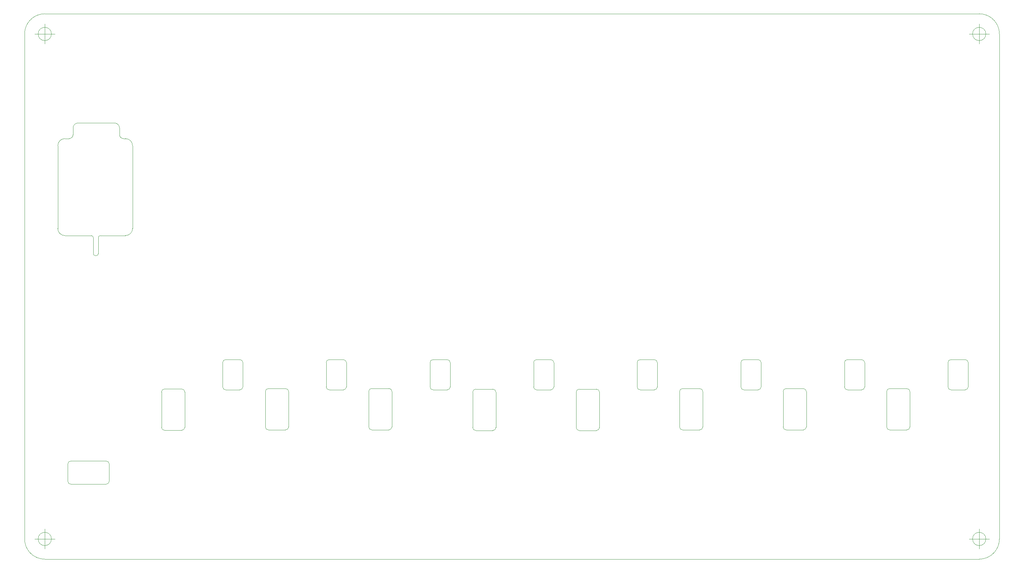
<source format=gbr>
%TF.GenerationSoftware,KiCad,Pcbnew,7.0.9-7.0.9~ubuntu23.04.1*%
%TF.CreationDate,2023-11-23T11:23:06-03:00*%
%TF.ProjectId,projeto_luz_prefeitura_02,70726f6a-6574-46f5-9f6c-757a5f707265,rev?*%
%TF.SameCoordinates,Original*%
%TF.FileFunction,Profile,NP*%
%FSLAX46Y46*%
G04 Gerber Fmt 4.6, Leading zero omitted, Abs format (unit mm)*
G04 Created by KiCad (PCBNEW 7.0.9-7.0.9~ubuntu23.04.1) date 2023-11-23 11:23:06*
%MOMM*%
%LPD*%
G01*
G04 APERTURE LIST*
%TA.AperFunction,Profile*%
%ADD10C,0.100000*%
%TD*%
%TA.AperFunction,Profile*%
%ADD11C,0.120000*%
%TD*%
G04 APERTURE END LIST*
D10*
X201479898Y-120711502D02*
X201479898Y-114615502D01*
X71177898Y-120711502D02*
G75*
G03*
X71939898Y-121473502I762002J2D01*
G01*
X39410000Y-87714500D02*
X39156000Y-87714500D01*
X124076000Y-113853502D02*
X127632000Y-113853502D01*
X97966600Y-113853500D02*
G75*
G03*
X97204600Y-114615502I0J-762000D01*
G01*
X179702000Y-121473502D02*
X176146000Y-121473502D01*
X21372102Y-158967898D02*
G75*
G03*
X26452102Y-164047898I5079998J-2D01*
G01*
X101522600Y-121473500D02*
G75*
G03*
X102284600Y-120711502I0J762000D01*
G01*
X258629898Y-114615502D02*
G75*
G03*
X257867898Y-113853502I-761998J2D01*
G01*
X38648000Y-87206500D02*
X38648000Y-83178602D01*
X261402102Y-26887898D02*
X26452102Y-26887898D01*
X257867898Y-121473502D02*
X254311898Y-121473502D01*
X175384000Y-120711502D02*
X175384000Y-114615502D01*
X102284598Y-114615502D02*
G75*
G03*
X101522600Y-113853502I-761998J2D01*
G01*
X258629898Y-114615502D02*
X258629898Y-120711502D01*
X149348998Y-120711502D02*
G75*
G03*
X150111000Y-121473502I762002J2D01*
G01*
X39410000Y-87714500D02*
G75*
G03*
X39918000Y-87206500I0J508000D01*
G01*
X31499898Y-58286598D02*
G75*
G03*
X29721898Y-60064602I2J-1778002D01*
G01*
X180463998Y-114615502D02*
G75*
G03*
X179702000Y-113853502I-761998J2D01*
G01*
X154429000Y-114615502D02*
X154429000Y-120711502D01*
X97204600Y-120711502D02*
X97204600Y-114615502D01*
X43971298Y-54349602D02*
X34838000Y-54349602D01*
X124076000Y-113853500D02*
G75*
G03*
X123314000Y-114615502I0J-762000D01*
G01*
X154428998Y-114615502D02*
G75*
G03*
X153667000Y-113853502I-761998J2D01*
G01*
X97204598Y-120711502D02*
G75*
G03*
X97966600Y-121473502I762002J2D01*
G01*
X257867898Y-121473498D02*
G75*
G03*
X258629898Y-120711502I2J761998D01*
G01*
X29721898Y-60064602D02*
X29721898Y-80892602D01*
X175383998Y-120711502D02*
G75*
G03*
X176146000Y-121473502I762002J2D01*
G01*
X266482102Y-158967898D02*
X266482102Y-31967898D01*
X101522600Y-121473502D02*
X97966600Y-121473502D01*
X266482102Y-31967898D02*
G75*
G03*
X261402102Y-26887898I-5080002J-2D01*
G01*
X29721898Y-80892602D02*
G75*
G03*
X31499898Y-82670602I1778002J2D01*
G01*
X179702000Y-121473500D02*
G75*
G03*
X180464000Y-120711502I0J762000D01*
G01*
X153667000Y-121473500D02*
G75*
G03*
X154429000Y-120711502I0J762000D01*
G01*
X228273000Y-113853502D02*
X231829000Y-113853502D01*
X76257898Y-114615502D02*
G75*
G03*
X75495898Y-113853502I-761998J2D01*
G01*
X32552000Y-58286602D02*
X31499898Y-58286602D01*
X39918000Y-83178602D02*
X39918000Y-83650500D01*
X34838000Y-54349600D02*
G75*
G03*
X33568000Y-55619602I0J-1270000D01*
G01*
X33568000Y-57270602D02*
X33568000Y-55619602D01*
X231829000Y-121473502D02*
X228273000Y-121473502D01*
X45241298Y-55619602D02*
G75*
G03*
X43971298Y-54349602I-1269998J2D01*
G01*
X176146000Y-113853500D02*
G75*
G03*
X175384000Y-114615502I0J-762000D01*
G01*
X202241898Y-113853502D02*
X205797898Y-113853502D01*
X26452102Y-26887902D02*
G75*
G03*
X21372102Y-31967898I-2J-5079998D01*
G01*
X21372102Y-31967898D02*
X21372102Y-158967898D01*
X254311898Y-113853502D02*
X257867898Y-113853502D01*
X40426000Y-82670602D02*
X46739898Y-82670602D01*
X38647998Y-83178602D02*
G75*
G03*
X38140000Y-82670602I-507998J2D01*
G01*
X45241298Y-57270602D02*
G75*
G03*
X46257298Y-58286602I1016002J2D01*
G01*
X75495898Y-121473502D02*
X71939898Y-121473502D01*
X71939898Y-113853498D02*
G75*
G03*
X71177898Y-114615502I2J-762002D01*
G01*
X150111000Y-113853502D02*
X153667000Y-113853502D01*
X38648000Y-87206500D02*
G75*
G03*
X39156000Y-87714500I508000J0D01*
G01*
X123313998Y-120711502D02*
G75*
G03*
X124076000Y-121473502I762002J2D01*
G01*
X228273000Y-113853500D02*
G75*
G03*
X227511000Y-114615502I0J-762000D01*
G01*
X176146000Y-113853502D02*
X179702000Y-113853502D01*
X127632000Y-121473502D02*
X124076000Y-121473502D01*
X205797898Y-121473498D02*
G75*
G03*
X206559898Y-120711502I2J761998D01*
G01*
X231829000Y-121473500D02*
G75*
G03*
X232591000Y-120711502I0J762000D01*
G01*
X206559898Y-114615502D02*
G75*
G03*
X205797898Y-113853502I-761998J2D01*
G01*
X128394000Y-114615502D02*
X128394000Y-120711502D01*
X261402102Y-164047902D02*
G75*
G03*
X266482102Y-158967898I-2J5080002D01*
G01*
X232591000Y-114615502D02*
X232591000Y-120711502D01*
X205797898Y-121473502D02*
X202241898Y-121473502D01*
X71939898Y-113853502D02*
X75495898Y-113853502D01*
X201479898Y-120711502D02*
G75*
G03*
X202241898Y-121473502I762002J2D01*
G01*
X48517898Y-80892602D02*
X48517898Y-60064602D01*
X153667000Y-121473502D02*
X150111000Y-121473502D01*
X150111000Y-113853500D02*
G75*
G03*
X149349000Y-114615502I0J-762000D01*
G01*
X32552000Y-58286600D02*
G75*
G03*
X33568000Y-57270602I0J1016000D01*
G01*
X46739898Y-58286602D02*
X46257298Y-58286602D01*
X39918000Y-83650500D02*
X39918000Y-87206500D01*
X232590998Y-114615502D02*
G75*
G03*
X231829000Y-113853502I-761998J2D01*
G01*
X253549898Y-120711502D02*
G75*
G03*
X254311898Y-121473502I762002J2D01*
G01*
X40426000Y-82670600D02*
G75*
G03*
X39918000Y-83178602I0J-508000D01*
G01*
X97966600Y-113853502D02*
X101522600Y-113853502D01*
X48517898Y-60064602D02*
G75*
G03*
X46739898Y-58286602I-1777998J2D01*
G01*
X253549898Y-120711502D02*
X253549898Y-114615502D01*
X123314000Y-120711502D02*
X123314000Y-114615502D01*
X254311898Y-113853498D02*
G75*
G03*
X253549898Y-114615502I2J-762002D01*
G01*
X149349000Y-120711502D02*
X149349000Y-114615502D01*
X46739898Y-82670598D02*
G75*
G03*
X48517898Y-80892602I2J1777998D01*
G01*
X180464000Y-114615502D02*
X180464000Y-120711502D01*
X45241298Y-55619602D02*
X45241298Y-57270602D01*
X76257898Y-114615502D02*
X76257898Y-120711502D01*
X227511000Y-120711502D02*
X227511000Y-114615502D01*
X261402102Y-164047898D02*
X26452102Y-164047898D01*
X75495898Y-121473498D02*
G75*
G03*
X76257898Y-120711502I2J761998D01*
G01*
X102284600Y-114615502D02*
X102284600Y-120711502D01*
X227510998Y-120711502D02*
G75*
G03*
X228273000Y-121473502I762002J2D01*
G01*
X127632000Y-121473500D02*
G75*
G03*
X128394000Y-120711502I0J762000D01*
G01*
X128393998Y-114615502D02*
G75*
G03*
X127632000Y-113853502I-761998J2D01*
G01*
X31499898Y-82670602D02*
X38140000Y-82670602D01*
X206559898Y-114615502D02*
X206559898Y-120711502D01*
X71177898Y-120711502D02*
X71177898Y-114615502D01*
X202241898Y-113853498D02*
G75*
G03*
X201479898Y-114615502I2J-762002D01*
G01*
X28118768Y-158967898D02*
G75*
G03*
X28118768Y-158967898I-1666666J0D01*
G01*
X23952102Y-158967898D02*
X28952102Y-158967898D01*
X26452102Y-156467898D02*
X26452102Y-161467898D01*
X28118768Y-31967898D02*
G75*
G03*
X28118768Y-31967898I-1666666J0D01*
G01*
X23952102Y-31967898D02*
X28952102Y-31967898D01*
X26452102Y-29467898D02*
X26452102Y-34467898D01*
X263068768Y-31967898D02*
G75*
G03*
X263068768Y-31967898I-1666666J0D01*
G01*
X258902102Y-31967898D02*
X263902102Y-31967898D01*
X261402102Y-29467898D02*
X261402102Y-34467898D01*
X263068768Y-158967898D02*
G75*
G03*
X263068768Y-158967898I-1666666J0D01*
G01*
X258902102Y-158967898D02*
X263902102Y-158967898D01*
X261402102Y-156467898D02*
X261402102Y-161467898D01*
D11*
%TO.C,FHV7*%
X212852000Y-131546600D02*
X217170000Y-131546600D01*
X217932000Y-130784600D02*
X217932000Y-121894600D01*
X212090000Y-121894600D02*
X212090000Y-130784600D01*
X217170000Y-121132600D02*
X212852000Y-121132600D01*
X212090000Y-130784600D02*
G75*
G03*
X212852000Y-131546600I762001J1D01*
G01*
X217170000Y-131546600D02*
G75*
G03*
X217932000Y-130784600I-1J762001D01*
G01*
X212852000Y-121132600D02*
G75*
G03*
X212090000Y-121894600I0J-762000D01*
G01*
X217932000Y-121894600D02*
G75*
G03*
X217170000Y-121132600I-762000J0D01*
G01*
%TO.C,FHV3*%
X108659400Y-131521200D02*
X112977400Y-131521200D01*
X113739400Y-130759200D02*
X113739400Y-121869200D01*
X107897400Y-121869200D02*
X107897400Y-130759200D01*
X112977400Y-121107200D02*
X108659400Y-121107200D01*
X107897400Y-130759200D02*
G75*
G03*
X108659400Y-131521200I762001J1D01*
G01*
X112977400Y-131521200D02*
G75*
G03*
X113739400Y-130759200I-1J762001D01*
G01*
X108659400Y-121107200D02*
G75*
G03*
X107897400Y-121869200I0J-762000D01*
G01*
X113739400Y-121869200D02*
G75*
G03*
X112977400Y-121107200I-762000J0D01*
G01*
%TO.C,FHV8*%
X238887000Y-131546600D02*
X243205000Y-131546600D01*
X243967000Y-130784600D02*
X243967000Y-121894600D01*
X238125000Y-121894600D02*
X238125000Y-130784600D01*
X243205000Y-121132600D02*
X238887000Y-121132600D01*
X238125000Y-130784600D02*
G75*
G03*
X238887000Y-131546600I762001J1D01*
G01*
X243205000Y-131546600D02*
G75*
G03*
X243967000Y-130784600I-1J762001D01*
G01*
X238887000Y-121132600D02*
G75*
G03*
X238125000Y-121894600I0J-762000D01*
G01*
X243967000Y-121894600D02*
G75*
G03*
X243205000Y-121132600I-762000J0D01*
G01*
%TO.C,FHV5*%
X160834600Y-131691200D02*
X165152600Y-131691200D01*
X165914600Y-130929200D02*
X165914600Y-122039200D01*
X160072600Y-122039200D02*
X160072600Y-130929200D01*
X165152600Y-121277200D02*
X160834600Y-121277200D01*
X160072600Y-130929200D02*
G75*
G03*
X160834600Y-131691200I762001J1D01*
G01*
X165152600Y-131691200D02*
G75*
G03*
X165914600Y-130929200I-1J762001D01*
G01*
X160834600Y-121277200D02*
G75*
G03*
X160072600Y-122039200I0J-762000D01*
G01*
X165914600Y-122039200D02*
G75*
G03*
X165152600Y-121277200I-762000J0D01*
G01*
%TO.C,FHV2*%
X82677000Y-131546600D02*
X86995000Y-131546600D01*
X87757000Y-130784600D02*
X87757000Y-121894600D01*
X81915000Y-121894600D02*
X81915000Y-130784600D01*
X86995000Y-121132600D02*
X82677000Y-121132600D01*
X81915000Y-130784600D02*
G75*
G03*
X82677000Y-131546600I762001J1D01*
G01*
X86995000Y-131546600D02*
G75*
G03*
X87757000Y-130784600I-1J762001D01*
G01*
X82677000Y-121132600D02*
G75*
G03*
X81915000Y-121894600I0J-762000D01*
G01*
X87757000Y-121894600D02*
G75*
G03*
X86995000Y-121132600I-762000J0D01*
G01*
%TO.C,FMAINS1*%
X32237700Y-140123000D02*
X32237700Y-144441000D01*
X32999700Y-145203000D02*
X41889700Y-145203000D01*
X41889700Y-139361000D02*
X32999700Y-139361000D01*
X42651700Y-144441000D02*
X42651700Y-140123000D01*
X32999700Y-139361000D02*
G75*
G03*
X32237700Y-140123000I1J-762001D01*
G01*
X32237700Y-144441000D02*
G75*
G03*
X32999700Y-145203000I762001J1D01*
G01*
X42651700Y-140123000D02*
G75*
G03*
X41889700Y-139361000I-762000J0D01*
G01*
X41889700Y-145203000D02*
G75*
G03*
X42651700Y-144441000I0J762000D01*
G01*
%TO.C,FHV4*%
X134799600Y-131691200D02*
X139117600Y-131691200D01*
X139879600Y-130929200D02*
X139879600Y-122039200D01*
X134037600Y-122039200D02*
X134037600Y-130929200D01*
X139117600Y-121277200D02*
X134799600Y-121277200D01*
X134037600Y-130929200D02*
G75*
G03*
X134799600Y-131691200I762001J1D01*
G01*
X139117600Y-131691200D02*
G75*
G03*
X139879600Y-130929200I-1J762001D01*
G01*
X134799600Y-121277200D02*
G75*
G03*
X134037600Y-122039200I0J-762000D01*
G01*
X139879600Y-122039200D02*
G75*
G03*
X139117600Y-121277200I-762000J0D01*
G01*
%TO.C,FHV6*%
X186817000Y-131546600D02*
X191135000Y-131546600D01*
X191897000Y-130784600D02*
X191897000Y-121894600D01*
X186055000Y-121894600D02*
X186055000Y-130784600D01*
X191135000Y-121132600D02*
X186817000Y-121132600D01*
X186055000Y-130784600D02*
G75*
G03*
X186817000Y-131546600I762001J1D01*
G01*
X191135000Y-131546600D02*
G75*
G03*
X191897000Y-130784600I-1J762001D01*
G01*
X186817000Y-121132600D02*
G75*
G03*
X186055000Y-121894600I0J-762000D01*
G01*
X191897000Y-121894600D02*
G75*
G03*
X191135000Y-121132600I-762000J0D01*
G01*
%TO.C,FHV1*%
X60873400Y-121234200D02*
X56555400Y-121234200D01*
X55793400Y-121996200D02*
X55793400Y-130886200D01*
X61635400Y-130886200D02*
X61635400Y-121996200D01*
X56555400Y-131648200D02*
X60873400Y-131648200D01*
X61635400Y-121996200D02*
G75*
G03*
X60873400Y-121234200I-762001J-1D01*
G01*
X56555400Y-121234200D02*
G75*
G03*
X55793400Y-121996200I1J-762001D01*
G01*
X60873400Y-131648200D02*
G75*
G03*
X61635400Y-130886200I0J762000D01*
G01*
X55793400Y-130886200D02*
G75*
G03*
X56555400Y-131648200I762000J0D01*
G01*
%TD*%
M02*

</source>
